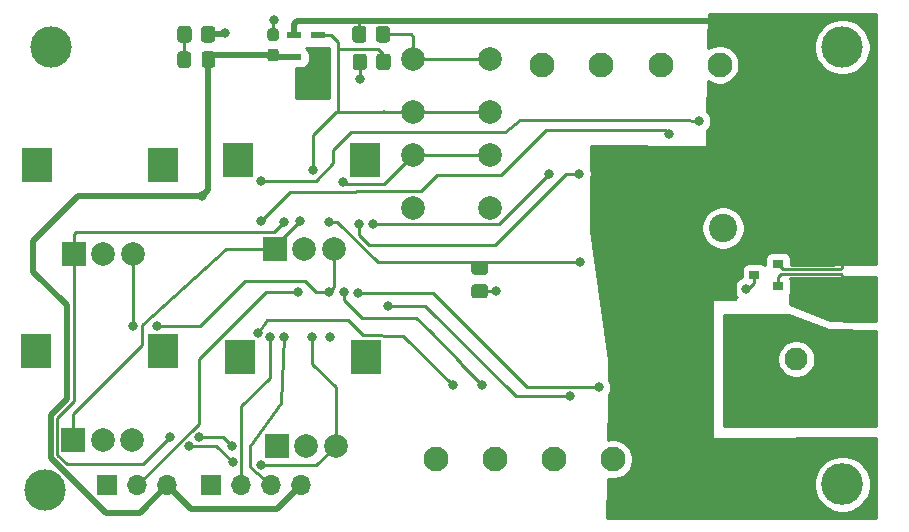
<source format=gbr>
%TF.GenerationSoftware,KiCad,Pcbnew,(5.1.9)-1*%
%TF.CreationDate,2021-01-08T22:51:15-05:00*%
%TF.ProjectId,rgb,7267622e-6b69-4636-9164-5f7063625858,rev?*%
%TF.SameCoordinates,Original*%
%TF.FileFunction,Copper,L1,Top*%
%TF.FilePolarity,Positive*%
%FSLAX46Y46*%
G04 Gerber Fmt 4.6, Leading zero omitted, Abs format (unit mm)*
G04 Created by KiCad (PCBNEW (5.1.9)-1) date 2021-01-08 22:51:15*
%MOMM*%
%LPD*%
G01*
G04 APERTURE LIST*
%TA.AperFunction,SMDPad,CuDef*%
%ADD10R,0.900000X0.800000*%
%TD*%
%TA.AperFunction,ComponentPad*%
%ADD11C,2.400000*%
%TD*%
%TA.AperFunction,ComponentPad*%
%ADD12R,2.400000X2.400000*%
%TD*%
%TA.AperFunction,ComponentPad*%
%ADD13R,2.000000X2.000000*%
%TD*%
%TA.AperFunction,ComponentPad*%
%ADD14R,2.500000X3.000000*%
%TD*%
%TA.AperFunction,ComponentPad*%
%ADD15C,2.000000*%
%TD*%
%TA.AperFunction,ComponentPad*%
%ADD16C,1.950000*%
%TD*%
%TA.AperFunction,ComponentPad*%
%ADD17R,1.950000X1.950000*%
%TD*%
%TA.AperFunction,ComponentPad*%
%ADD18C,2.100000*%
%TD*%
%TA.AperFunction,ComponentPad*%
%ADD19R,2.100000X2.100000*%
%TD*%
%TA.AperFunction,SMDPad,CuDef*%
%ADD20R,1.310000X0.550000*%
%TD*%
%TA.AperFunction,SMDPad,CuDef*%
%ADD21R,1.310000X0.940000*%
%TD*%
%TA.AperFunction,ComponentPad*%
%ADD22O,1.700000X1.700000*%
%TD*%
%TA.AperFunction,ComponentPad*%
%ADD23R,1.700000X1.700000*%
%TD*%
%TA.AperFunction,ViaPad*%
%ADD24C,3.500000*%
%TD*%
%TA.AperFunction,ViaPad*%
%ADD25C,3.540000*%
%TD*%
%TA.AperFunction,ViaPad*%
%ADD26C,0.800000*%
%TD*%
%TA.AperFunction,Conductor*%
%ADD27C,0.250000*%
%TD*%
%TA.AperFunction,Conductor*%
%ADD28C,0.500000*%
%TD*%
%TA.AperFunction,Conductor*%
%ADD29C,0.254000*%
%TD*%
%TA.AperFunction,Conductor*%
%ADD30C,0.100000*%
%TD*%
G04 APERTURE END LIST*
D10*
%TO.P,U1,3*%
%TO.N,/SENSE*%
X185050000Y-79800000D03*
%TO.P,U1,2*%
%TO.N,+12V*%
X187050000Y-78850000D03*
%TO.P,U1,1*%
%TO.N,Net-(F1-Pad1)*%
X187050000Y-80750000D03*
%TD*%
D11*
%TO.P,C1,2*%
%TO.N,GND*%
X182400000Y-75800000D03*
D12*
%TO.P,C1,1*%
%TO.N,+12V*%
X182400000Y-80800000D03*
%TD*%
%TO.P,R1,2*%
%TO.N,+12V*%
%TA.AperFunction,SMDPad,CuDef*%
G36*
G01*
X194850002Y-78850000D02*
X190149998Y-78850000D01*
G75*
G02*
X189900000Y-78600002I0J249998D01*
G01*
X189900000Y-77774998D01*
G75*
G02*
X190149998Y-77525000I249998J0D01*
G01*
X194850002Y-77525000D01*
G75*
G02*
X195100000Y-77774998I0J-249998D01*
G01*
X195100000Y-78600002D01*
G75*
G02*
X194850002Y-78850000I-249998J0D01*
G01*
G37*
%TD.AperFunction*%
%TO.P,R1,1*%
%TO.N,Net-(F1-Pad1)*%
%TA.AperFunction,SMDPad,CuDef*%
G36*
G01*
X194850002Y-81275000D02*
X190149998Y-81275000D01*
G75*
G02*
X189900000Y-81025002I0J249998D01*
G01*
X189900000Y-80199998D01*
G75*
G02*
X190149998Y-79950000I249998J0D01*
G01*
X194850002Y-79950000D01*
G75*
G02*
X195100000Y-80199998I0J-249998D01*
G01*
X195100000Y-81025002D01*
G75*
G02*
X194850002Y-81275000I-249998J0D01*
G01*
G37*
%TD.AperFunction*%
%TD*%
%TO.P,R2,1*%
%TO.N,/SENSE*%
%TA.AperFunction,SMDPad,CuDef*%
G36*
G01*
X161339999Y-78560000D02*
X162240001Y-78560000D01*
G75*
G02*
X162490000Y-78809999I0J-249999D01*
G01*
X162490000Y-79510001D01*
G75*
G02*
X162240001Y-79760000I-249999J0D01*
G01*
X161339999Y-79760000D01*
G75*
G02*
X161090000Y-79510001I0J249999D01*
G01*
X161090000Y-78809999D01*
G75*
G02*
X161339999Y-78560000I249999J0D01*
G01*
G37*
%TD.AperFunction*%
%TO.P,R2,2*%
%TO.N,GND*%
%TA.AperFunction,SMDPad,CuDef*%
G36*
G01*
X161339999Y-80560000D02*
X162240001Y-80560000D01*
G75*
G02*
X162490000Y-80809999I0J-249999D01*
G01*
X162490000Y-81510001D01*
G75*
G02*
X162240001Y-81760000I-249999J0D01*
G01*
X161339999Y-81760000D01*
G75*
G02*
X161090000Y-81510001I0J249999D01*
G01*
X161090000Y-80809999D01*
G75*
G02*
X161339999Y-80560000I249999J0D01*
G01*
G37*
%TD.AperFunction*%
%TD*%
D13*
%TO.P,SW5,A*%
%TO.N,/SW_A2*%
X127360000Y-93750000D03*
D14*
%TO.P,SW5,MP*%
%TO.N,N/C*%
X134960000Y-86250000D03*
X124260000Y-86250000D03*
D15*
%TO.P,SW5,C*%
%TO.N,GND*%
X129860000Y-93750000D03*
%TO.P,SW5,B*%
%TO.N,/SW_B2*%
X132360000Y-93750000D03*
%TD*%
D16*
%TO.P,J1,2*%
%TO.N,GND*%
X188600000Y-86900000D03*
D17*
%TO.P,J1,1*%
%TO.N,Net-(F1-Pad2)*%
X183600000Y-86900000D03*
%TD*%
D18*
%TO.P,J2,5*%
%TO.N,/DRAIN_4*%
X158090000Y-95390000D03*
%TO.P,J2,4*%
%TO.N,/DRAIN_3*%
X163090000Y-95390000D03*
%TO.P,J2,3*%
%TO.N,/DRAIN_2*%
X168090000Y-95390000D03*
%TO.P,J2,2*%
%TO.N,/DRAIN_1*%
X173090000Y-95390000D03*
D19*
%TO.P,J2,1*%
%TO.N,+12V*%
X178090000Y-95390000D03*
%TD*%
D18*
%TO.P,J3,5*%
%TO.N,/DRAIN_8*%
X167100000Y-61980000D03*
%TO.P,J3,4*%
%TO.N,/DRAIN_7*%
X172100000Y-61980000D03*
%TO.P,J3,3*%
%TO.N,/DRAIN_6*%
X177100000Y-61980000D03*
%TO.P,J3,2*%
%TO.N,/DRAIN_5*%
X182100000Y-61980000D03*
D19*
%TO.P,J3,1*%
%TO.N,+12V*%
X187100000Y-61980000D03*
%TD*%
%TO.P,R5,2*%
%TO.N,GND*%
%TA.AperFunction,SMDPad,CuDef*%
G36*
G01*
X138200000Y-59850001D02*
X138200000Y-58949999D01*
G75*
G02*
X138449999Y-58700000I249999J0D01*
G01*
X139150001Y-58700000D01*
G75*
G02*
X139400000Y-58949999I0J-249999D01*
G01*
X139400000Y-59850001D01*
G75*
G02*
X139150001Y-60100000I-249999J0D01*
G01*
X138449999Y-60100000D01*
G75*
G02*
X138200000Y-59850001I0J249999D01*
G01*
G37*
%TD.AperFunction*%
%TO.P,R5,1*%
%TO.N,Net-(D1-Pad1)*%
%TA.AperFunction,SMDPad,CuDef*%
G36*
G01*
X136200000Y-59850001D02*
X136200000Y-58949999D01*
G75*
G02*
X136449999Y-58700000I249999J0D01*
G01*
X137150001Y-58700000D01*
G75*
G02*
X137400000Y-58949999I0J-249999D01*
G01*
X137400000Y-59850001D01*
G75*
G02*
X137150001Y-60100000I-249999J0D01*
G01*
X136449999Y-60100000D01*
G75*
G02*
X136200000Y-59850001I0J249999D01*
G01*
G37*
%TD.AperFunction*%
%TD*%
%TO.P,R4,2*%
%TO.N,GND*%
%TA.AperFunction,SMDPad,CuDef*%
G36*
G01*
X152240000Y-61279999D02*
X152240000Y-62180001D01*
G75*
G02*
X151990001Y-62430000I-249999J0D01*
G01*
X151289999Y-62430000D01*
G75*
G02*
X151040000Y-62180001I0J249999D01*
G01*
X151040000Y-61279999D01*
G75*
G02*
X151289999Y-61030000I249999J0D01*
G01*
X151990001Y-61030000D01*
G75*
G02*
X152240000Y-61279999I0J-249999D01*
G01*
G37*
%TD.AperFunction*%
%TO.P,R4,1*%
%TO.N,/PWR_EN*%
%TA.AperFunction,SMDPad,CuDef*%
G36*
G01*
X154240000Y-61279999D02*
X154240000Y-62180001D01*
G75*
G02*
X153990001Y-62430000I-249999J0D01*
G01*
X153289999Y-62430000D01*
G75*
G02*
X153040000Y-62180001I0J249999D01*
G01*
X153040000Y-61279999D01*
G75*
G02*
X153289999Y-61030000I249999J0D01*
G01*
X153990001Y-61030000D01*
G75*
G02*
X154240000Y-61279999I0J-249999D01*
G01*
G37*
%TD.AperFunction*%
%TD*%
%TO.P,R3,2*%
%TO.N,+12V*%
%TA.AperFunction,SMDPad,CuDef*%
G36*
G01*
X152200000Y-58949999D02*
X152200000Y-59850001D01*
G75*
G02*
X151950001Y-60100000I-249999J0D01*
G01*
X151249999Y-60100000D01*
G75*
G02*
X151000000Y-59850001I0J249999D01*
G01*
X151000000Y-58949999D01*
G75*
G02*
X151249999Y-58700000I249999J0D01*
G01*
X151950001Y-58700000D01*
G75*
G02*
X152200000Y-58949999I0J-249999D01*
G01*
G37*
%TD.AperFunction*%
%TO.P,R3,1*%
%TO.N,Net-(R3-Pad1)*%
%TA.AperFunction,SMDPad,CuDef*%
G36*
G01*
X154200000Y-58949999D02*
X154200000Y-59850001D01*
G75*
G02*
X153950001Y-60100000I-249999J0D01*
G01*
X153249999Y-60100000D01*
G75*
G02*
X153000000Y-59850001I0J249999D01*
G01*
X153000000Y-58949999D01*
G75*
G02*
X153249999Y-58700000I249999J0D01*
G01*
X153950001Y-58700000D01*
G75*
G02*
X154200000Y-58949999I0J-249999D01*
G01*
G37*
%TD.AperFunction*%
%TD*%
D13*
%TO.P,SW3,A*%
%TO.N,/SW_A1*%
X144600000Y-94250000D03*
D14*
%TO.P,SW3,MP*%
%TO.N,N/C*%
X152200000Y-86750000D03*
X141500000Y-86750000D03*
D15*
%TO.P,SW3,C*%
%TO.N,GND*%
X147100000Y-94250000D03*
%TO.P,SW3,B*%
%TO.N,/SW_B2*%
X149600000Y-94250000D03*
%TD*%
%TO.P,C3,2*%
%TO.N,GND*%
%TA.AperFunction,SMDPad,CuDef*%
G36*
G01*
X144537500Y-59975000D02*
X144062500Y-59975000D01*
G75*
G02*
X143825000Y-59737500I0J237500D01*
G01*
X143825000Y-59137500D01*
G75*
G02*
X144062500Y-58900000I237500J0D01*
G01*
X144537500Y-58900000D01*
G75*
G02*
X144775000Y-59137500I0J-237500D01*
G01*
X144775000Y-59737500D01*
G75*
G02*
X144537500Y-59975000I-237500J0D01*
G01*
G37*
%TD.AperFunction*%
%TO.P,C3,1*%
%TO.N,+5V*%
%TA.AperFunction,SMDPad,CuDef*%
G36*
G01*
X144537500Y-61700000D02*
X144062500Y-61700000D01*
G75*
G02*
X143825000Y-61462500I0J237500D01*
G01*
X143825000Y-60862500D01*
G75*
G02*
X144062500Y-60625000I237500J0D01*
G01*
X144537500Y-60625000D01*
G75*
G02*
X144775000Y-60862500I0J-237500D01*
G01*
X144775000Y-61462500D01*
G75*
G02*
X144537500Y-61700000I-237500J0D01*
G01*
G37*
%TD.AperFunction*%
%TD*%
D20*
%TO.P,U2,3*%
%TO.N,+12V*%
X146100000Y-59440000D03*
%TO.P,U2,2*%
%TO.N,/PWR_EN*%
X148100000Y-59440000D03*
D21*
%TO.P,U2,1*%
%TO.N,GND*%
X148100000Y-61160000D03*
D20*
%TO.P,U2,4*%
%TO.N,+5V*%
X146100000Y-61360000D03*
%TD*%
D13*
%TO.P,SW4,A*%
%TO.N,/SW_A2*%
X144440000Y-77540000D03*
D14*
%TO.P,SW4,MP*%
%TO.N,N/C*%
X152040000Y-70040000D03*
X141340000Y-70040000D03*
D15*
%TO.P,SW4,C*%
%TO.N,GND*%
X146940000Y-77540000D03*
%TO.P,SW4,B*%
%TO.N,/SW_B1*%
X149440000Y-77540000D03*
%TD*%
D13*
%TO.P,SW2,A*%
%TO.N,/SW_A1*%
X127410000Y-78000000D03*
D14*
%TO.P,SW2,MP*%
%TO.N,N/C*%
X135010000Y-70500000D03*
X124310000Y-70500000D03*
D15*
%TO.P,SW2,C*%
%TO.N,GND*%
X129910000Y-78000000D03*
%TO.P,SW2,B*%
%TO.N,/SW_B1*%
X132410000Y-78000000D03*
%TD*%
%TO.P,D1,1*%
%TO.N,Net-(D1-Pad1)*%
%TA.AperFunction,SMDPad,CuDef*%
G36*
G01*
X136200000Y-62000001D02*
X136200000Y-61099999D01*
G75*
G02*
X136449999Y-60850000I249999J0D01*
G01*
X137100001Y-60850000D01*
G75*
G02*
X137350000Y-61099999I0J-249999D01*
G01*
X137350000Y-62000001D01*
G75*
G02*
X137100001Y-62250000I-249999J0D01*
G01*
X136449999Y-62250000D01*
G75*
G02*
X136200000Y-62000001I0J249999D01*
G01*
G37*
%TD.AperFunction*%
%TO.P,D1,2*%
%TO.N,+5V*%
%TA.AperFunction,SMDPad,CuDef*%
G36*
G01*
X138250000Y-62000001D02*
X138250000Y-61099999D01*
G75*
G02*
X138499999Y-60850000I249999J0D01*
G01*
X139150001Y-60850000D01*
G75*
G02*
X139400000Y-61099999I0J-249999D01*
G01*
X139400000Y-62000001D01*
G75*
G02*
X139150001Y-62250000I-249999J0D01*
G01*
X138499999Y-62250000D01*
G75*
G02*
X138250000Y-62000001I0J249999D01*
G01*
G37*
%TD.AperFunction*%
%TD*%
%TO.P,SW6,1*%
%TO.N,/SW6*%
X162640000Y-69610000D03*
%TO.P,SW6,2*%
%TO.N,GND*%
X162640000Y-74110000D03*
%TO.P,SW6,1*%
%TO.N,/SW6*%
X156140000Y-69610000D03*
%TO.P,SW6,2*%
%TO.N,GND*%
X156140000Y-74110000D03*
%TD*%
%TO.P,SW1,1*%
%TO.N,/PWR_EN*%
X156140000Y-65980000D03*
%TO.P,SW1,2*%
%TO.N,Net-(R3-Pad1)*%
X156140000Y-61480000D03*
%TO.P,SW1,1*%
%TO.N,/PWR_EN*%
X162640000Y-65980000D03*
%TO.P,SW1,2*%
%TO.N,Net-(R3-Pad1)*%
X162640000Y-61480000D03*
%TD*%
D22*
%TO.P,J5,4*%
%TO.N,+5V*%
X146690000Y-97570000D03*
%TO.P,J5,3*%
%TO.N,/TWI_SDA*%
X144150000Y-97570000D03*
%TO.P,J5,2*%
%TO.N,/TWI_SCL*%
X141610000Y-97570000D03*
D23*
%TO.P,J5,1*%
%TO.N,GND*%
X139070000Y-97570000D03*
%TD*%
D22*
%TO.P,J4,3*%
%TO.N,+5V*%
X135350000Y-97570000D03*
%TO.P,J4,2*%
%TO.N,/RESET*%
X132810000Y-97570000D03*
D23*
%TO.P,J4,1*%
%TO.N,GND*%
X130270000Y-97570000D03*
%TD*%
%TO.P,F1,2*%
%TO.N,Net-(F1-Pad2)*%
%TA.AperFunction,SMDPad,CuDef*%
G36*
G01*
X192015000Y-85065000D02*
X193265000Y-85065000D01*
G75*
G02*
X193515000Y-85315000I0J-250000D01*
G01*
X193515000Y-86240000D01*
G75*
G02*
X193265000Y-86490000I-250000J0D01*
G01*
X192015000Y-86490000D01*
G75*
G02*
X191765000Y-86240000I0J250000D01*
G01*
X191765000Y-85315000D01*
G75*
G02*
X192015000Y-85065000I250000J0D01*
G01*
G37*
%TD.AperFunction*%
%TO.P,F1,1*%
%TO.N,Net-(F1-Pad1)*%
%TA.AperFunction,SMDPad,CuDef*%
G36*
G01*
X192015000Y-82090000D02*
X193265000Y-82090000D01*
G75*
G02*
X193515000Y-82340000I0J-250000D01*
G01*
X193515000Y-83265000D01*
G75*
G02*
X193265000Y-83515000I-250000J0D01*
G01*
X192015000Y-83515000D01*
G75*
G02*
X191765000Y-83265000I0J250000D01*
G01*
X191765000Y-82340000D01*
G75*
G02*
X192015000Y-82090000I250000J0D01*
G01*
G37*
%TD.AperFunction*%
%TD*%
D24*
%TO.N,*%
X125500000Y-60500000D03*
X192500000Y-60500000D03*
D25*
X192500000Y-97500000D03*
D24*
X125000000Y-98000000D03*
D26*
%TO.N,GND*%
X148500000Y-62600000D03*
X147600000Y-62600000D03*
X147600000Y-63500000D03*
X148500000Y-63500000D03*
X147600000Y-64400000D03*
X148500000Y-64400000D03*
X146700000Y-62600000D03*
X146700000Y-63500000D03*
X146700000Y-64400000D03*
X144400000Y-58200000D03*
X140200000Y-59300000D03*
X151640000Y-63190000D03*
X163210000Y-81150000D03*
%TO.N,/PWM_2*%
X154000000Y-82400000D03*
X169400000Y-90025010D03*
%TO.N,/PWM_1*%
X171905000Y-89300000D03*
X151500000Y-81300000D03*
%TO.N,/PWM_4*%
X143000000Y-84700000D03*
X159500000Y-89100000D03*
%TO.N,/PWM_3*%
X150275000Y-81225000D03*
X162000000Y-89100000D03*
%TO.N,/PWM_8*%
X152800000Y-75500000D03*
X167700000Y-71200000D03*
%TO.N,/PWM_7*%
X151545000Y-75455000D03*
X170235000Y-71200000D03*
%TO.N,/PWM_6*%
X143300000Y-75200000D03*
X177810000Y-67850000D03*
%TO.N,/PWM_5*%
X143300000Y-71800000D03*
X180360000Y-66720000D03*
%TO.N,+5V*%
X138300000Y-73100000D03*
%TO.N,/TWI_SCL*%
X144000000Y-85000000D03*
%TO.N,/TWI_SDA*%
X145250000Y-85000000D03*
%TO.N,/RESET*%
X146450000Y-81200000D03*
%TO.N,/SW6*%
X150200000Y-71900000D03*
%TO.N,/PWR_EN*%
X147700000Y-70900000D03*
%TO.N,/SW_A1*%
X145200000Y-75300000D03*
X140800000Y-94250000D03*
X138000000Y-93500000D03*
X135600000Y-93500000D03*
%TO.N,/SW_B1*%
X149100000Y-85000000D03*
X149000000Y-81200000D03*
X134500000Y-84100000D03*
X132400000Y-84100000D03*
%TO.N,/SW_B2*%
X137175000Y-94280000D03*
X140862500Y-95637500D03*
X143287500Y-95887500D03*
X147600000Y-85000000D03*
%TO.N,/SW_A2*%
X146550000Y-75250000D03*
%TO.N,/SENSE*%
X149000000Y-75300000D03*
X170300000Y-78700000D03*
X184300000Y-80950000D03*
%TD*%
D27*
%TO.N,GND*%
X147040000Y-78130000D02*
X146640001Y-77730001D01*
X148115000Y-61175000D02*
X148100000Y-61160000D01*
X148240000Y-61300000D02*
X148100000Y-61160000D01*
X144300000Y-59437500D02*
X144300000Y-58300000D01*
X144300000Y-58300000D02*
X144400000Y-58200000D01*
X144400000Y-58200000D02*
X144400000Y-58200000D01*
D28*
X138862500Y-59350000D02*
X140150000Y-59350000D01*
D27*
X151115000Y-61830000D02*
X151115000Y-61815000D01*
X151640000Y-61730000D02*
X151640000Y-63190000D01*
X163210000Y-81150000D02*
X161910000Y-81150000D01*
%TO.N,/PWM_2*%
X157200000Y-82400000D02*
X154000000Y-82400000D01*
X164825010Y-90025010D02*
X157200000Y-82400000D01*
X169400000Y-90025010D02*
X164825010Y-90025010D01*
%TO.N,/PWM_1*%
X157800000Y-81300000D02*
X151500000Y-81300000D01*
X165800000Y-89300000D02*
X157800000Y-81300000D01*
X171905000Y-89300000D02*
X165800000Y-89300000D01*
%TO.N,/PWM_4*%
X159500000Y-89100000D02*
X159500000Y-89100000D01*
X159500000Y-89100000D02*
X155324999Y-84924999D01*
X150600000Y-83600000D02*
X143800000Y-83600000D01*
X155324999Y-84924999D02*
X151900000Y-84900000D01*
X151900000Y-84900000D02*
X150600000Y-83600000D01*
X143800000Y-83600000D02*
X143000000Y-84700000D01*
%TO.N,/PWM_3*%
X162100000Y-89100000D02*
X162100000Y-89100000D01*
X150275000Y-81225000D02*
X150275000Y-81875000D01*
X151800000Y-83400000D02*
X154000000Y-83400000D01*
X150275000Y-81875000D02*
X151800000Y-83400000D01*
X156400000Y-83400000D02*
X157550000Y-84550000D01*
X154000000Y-83400000D02*
X156400000Y-83400000D01*
X157100000Y-84100000D02*
X157550000Y-84550000D01*
X157550000Y-84550000D02*
X160121111Y-87178889D01*
X160318889Y-87381111D02*
X162000000Y-89100000D01*
X160121111Y-87178889D02*
X160318889Y-87381111D01*
%TO.N,/PWM_8*%
X163400000Y-75500000D02*
X167700000Y-71200000D01*
X152800000Y-75500000D02*
X163400000Y-75500000D01*
%TO.N,/PWM_7*%
X169100000Y-71200000D02*
X170235000Y-71200000D01*
X163098059Y-77201941D02*
X169100000Y-71200000D01*
X162501941Y-77201941D02*
X163098059Y-77201941D01*
X151545000Y-76355000D02*
X152400000Y-77200000D01*
X152400000Y-77200000D02*
X162501941Y-77201941D01*
X151545000Y-75455000D02*
X151545000Y-76355000D01*
%TO.N,/PWM_6*%
X145715001Y-72784999D02*
X143300000Y-75200000D01*
X156800000Y-72700000D02*
X145715001Y-72784999D01*
X156800000Y-72700000D02*
X156700000Y-72700000D01*
X167400000Y-67500000D02*
X177460000Y-67500000D01*
X163600000Y-71300000D02*
X167400000Y-67500000D01*
X158200000Y-71300000D02*
X163600000Y-71300000D01*
X177460000Y-67500000D02*
X177810000Y-67850000D01*
X156800000Y-72700000D02*
X158200000Y-71300000D01*
%TO.N,/PWM_5*%
X147900000Y-71800000D02*
X143300000Y-71800000D01*
X149400000Y-69200000D02*
X149400000Y-70300000D01*
X149400000Y-70300000D02*
X147900000Y-71800000D01*
X150900000Y-67700000D02*
X149400000Y-69200000D01*
X163900000Y-67700000D02*
X150900000Y-67700000D01*
X165200000Y-66700000D02*
X163900000Y-67700000D01*
X179000000Y-66700000D02*
X165200000Y-66700000D01*
X180360000Y-66720000D02*
X179000000Y-66700000D01*
D28*
%TO.N,+12V*%
X146100000Y-59440000D02*
X146260000Y-59440000D01*
X146100000Y-58500000D02*
X146100000Y-59440000D01*
D27*
X151550010Y-59350010D02*
X151600000Y-59400000D01*
X151550010Y-58249990D02*
X151550010Y-59350010D01*
D28*
X187100000Y-61980000D02*
X186980000Y-61980000D01*
X146350010Y-58249990D02*
X146100000Y-58500000D01*
X183249990Y-58249990D02*
X146350010Y-58249990D01*
X186980000Y-61980000D02*
X183249990Y-58249990D01*
D27*
X192500000Y-78187500D02*
X192162500Y-77850000D01*
X192500000Y-78187500D02*
X192500000Y-79100000D01*
X192500000Y-79100000D02*
X192350000Y-79250000D01*
X187450000Y-79250000D02*
X187050000Y-78850000D01*
X192350000Y-79250000D02*
X187450000Y-79250000D01*
D28*
%TO.N,+5V*%
X135350000Y-97570000D02*
X135220000Y-97570000D01*
X135350000Y-97570000D02*
X137380000Y-99600000D01*
X144660000Y-99600000D02*
X146690000Y-97570000D01*
X137380000Y-99600000D02*
X144660000Y-99600000D01*
D27*
X138987500Y-61162500D02*
X138825000Y-61000000D01*
D28*
X144497500Y-61360000D02*
X144300000Y-61162500D01*
X146100000Y-61360000D02*
X144497500Y-61360000D01*
X139212500Y-61162500D02*
X138825000Y-61550000D01*
X144300000Y-61162500D02*
X139212500Y-61162500D01*
X138825000Y-72575000D02*
X138300000Y-73100000D01*
X138825000Y-61550000D02*
X138825000Y-72575000D01*
X124000000Y-79500000D02*
X126834989Y-82334989D01*
X138300000Y-73100000D02*
X127800000Y-73100000D01*
X125459988Y-95248178D02*
X130131810Y-99920000D01*
X127800000Y-73100000D02*
X124000000Y-76900000D01*
X124000000Y-76900000D02*
X124000000Y-79500000D01*
X130131810Y-99920000D02*
X133000000Y-99920000D01*
X133000000Y-99920000D02*
X135350000Y-97570000D01*
X126834989Y-82334989D02*
X126834989Y-90251823D01*
X126834989Y-90251823D02*
X125459988Y-91626824D01*
X125459988Y-91626824D02*
X125459988Y-95248178D01*
D27*
%TO.N,/TWI_SCL*%
X141610000Y-97570000D02*
X141610000Y-90890000D01*
X141610000Y-90890000D02*
X144000000Y-88500000D01*
X144000000Y-88500000D02*
X144000000Y-85000000D01*
X144000000Y-85000000D02*
X144000000Y-85000000D01*
%TO.N,/TWI_SDA*%
X145250000Y-85000000D02*
X145250000Y-85000000D01*
X145000000Y-90600000D02*
X145250000Y-85000000D01*
X142325000Y-94250000D02*
X145000000Y-90600000D01*
X142350000Y-96050000D02*
X142325000Y-94250000D01*
X144150000Y-97570000D02*
X142350000Y-96050000D01*
%TO.N,/RESET*%
X143714998Y-81200000D02*
X138000000Y-86914998D01*
X146450000Y-81200000D02*
X143714998Y-81200000D01*
X138000000Y-92380000D02*
X132810000Y-97570000D01*
X138000000Y-86914998D02*
X138000000Y-92380000D01*
%TO.N,/SW6*%
X156140000Y-69610000D02*
X153884999Y-71915001D01*
X162640000Y-69610000D02*
X156140000Y-69610000D01*
X153884999Y-71915001D02*
X153800000Y-72000000D01*
X153884999Y-71915001D02*
X153700000Y-72100000D01*
X150400000Y-72100000D02*
X150200000Y-71900000D01*
X153700000Y-72100000D02*
X150400000Y-72100000D01*
%TO.N,/PWR_EN*%
X160080000Y-65980000D02*
X162640000Y-65980000D01*
X160080000Y-65980000D02*
X156140000Y-65980000D01*
X156140000Y-65980000D02*
X156140000Y-65340000D01*
X147700000Y-70900000D02*
X147700000Y-67900000D01*
X149180000Y-59440000D02*
X148100000Y-59440000D01*
X149820000Y-60080000D02*
X149180000Y-59440000D01*
X149660000Y-65940000D02*
X147700000Y-67900000D01*
X149820000Y-65940000D02*
X149660000Y-65940000D01*
X153640000Y-65890000D02*
X153714649Y-65964649D01*
X153714649Y-65964649D02*
X156140000Y-65980000D01*
X149820000Y-65940000D02*
X153714649Y-65964649D01*
X153640000Y-61730000D02*
X153640000Y-61090000D01*
X153180000Y-60630000D02*
X149820000Y-60630000D01*
X153640000Y-61090000D02*
X153180000Y-60630000D01*
X149820000Y-60630000D02*
X149820000Y-65940000D01*
X149820000Y-60080000D02*
X149820000Y-60630000D01*
%TO.N,Net-(D1-Pad1)*%
X136775000Y-59512500D02*
X137087500Y-59200000D01*
X136775000Y-61000000D02*
X136775000Y-59512500D01*
%TO.N,Net-(F1-Pad1)*%
X187050000Y-79950000D02*
X187050000Y-80750000D01*
X187300000Y-79700000D02*
X187050000Y-79950000D01*
X192400000Y-79700000D02*
X187300000Y-79700000D01*
X192500000Y-79800000D02*
X192400000Y-79700000D01*
X192500000Y-80612500D02*
X192500000Y-79800000D01*
%TO.N,Net-(R3-Pad1)*%
X162640000Y-61480000D02*
X156140000Y-61480000D01*
X155875000Y-61215000D02*
X156140000Y-61480000D01*
X155945000Y-61675000D02*
X155750000Y-61480000D01*
X155835000Y-61175000D02*
X156140000Y-61480000D01*
X153800000Y-59400000D02*
X154060000Y-59400000D01*
X156140000Y-61480000D02*
X156140000Y-59590000D01*
X155950000Y-59400000D02*
X153800000Y-59400000D01*
X156140000Y-59590000D02*
X155950000Y-59400000D01*
%TO.N,/SW_A1*%
X144600000Y-94250000D02*
X144600000Y-94100000D01*
X144600000Y-94250000D02*
X144650000Y-94250000D01*
X127948998Y-77490000D02*
X127410000Y-77490000D01*
X127410000Y-78000000D02*
X127410000Y-76310000D01*
X127410000Y-76310000D02*
X127620000Y-76100000D01*
X127620000Y-76100000D02*
X144400000Y-76100000D01*
X144400000Y-76100000D02*
X145200000Y-75300000D01*
X145200000Y-75300000D02*
X145200000Y-75300000D01*
X138200000Y-93500000D02*
X138200000Y-93500000D01*
X140050000Y-93500000D02*
X140800000Y-94250000D01*
X138000000Y-93500000D02*
X140050000Y-93500000D01*
X135600000Y-93500000D02*
X133300000Y-95800000D01*
X126034999Y-95010001D02*
X126034999Y-91865001D01*
X133300000Y-95800000D02*
X126824998Y-95800000D01*
X126824998Y-95800000D02*
X126034999Y-95010001D01*
X127410000Y-90490000D02*
X127410000Y-78000000D01*
X126034999Y-91865001D02*
X127410000Y-90490000D01*
%TO.N,/SW_B1*%
X149100000Y-85000000D02*
X149100000Y-85000000D01*
X132410000Y-77490000D02*
X132490000Y-77490000D01*
X149440000Y-77540000D02*
X149440000Y-80760000D01*
X149440000Y-80760000D02*
X149000000Y-81200000D01*
X149000000Y-81200000D02*
X149000000Y-81200000D01*
X149000000Y-81200000D02*
X147900000Y-81200000D01*
X147900000Y-81200000D02*
X147000000Y-80300000D01*
X147000000Y-80300000D02*
X141900000Y-80300000D01*
X141900000Y-80300000D02*
X138100000Y-84100000D01*
X138100000Y-84100000D02*
X134500000Y-84100000D01*
X134500000Y-84100000D02*
X134500000Y-84100000D01*
X132400000Y-78010000D02*
X132410000Y-78000000D01*
X132400000Y-84100000D02*
X132400000Y-78010000D01*
%TO.N,/SW_B2*%
X132410000Y-94230000D02*
X132360000Y-94280000D01*
X137175000Y-94280000D02*
X139505000Y-94280000D01*
X139505000Y-94280000D02*
X140862500Y-95637500D01*
X140862500Y-95637500D02*
X140900000Y-95675000D01*
X147962500Y-95887500D02*
X149600000Y-94250000D01*
X143287500Y-95887500D02*
X147962500Y-95887500D01*
X149600000Y-94250000D02*
X149600000Y-89300000D01*
X149600000Y-89300000D02*
X147600000Y-87300000D01*
X147600000Y-87300000D02*
X147600000Y-85000000D01*
X147600000Y-85000000D02*
X147600000Y-85000000D01*
%TO.N,/SW_A2*%
X146550000Y-75250000D02*
X146600000Y-75200000D01*
X144440000Y-77360000D02*
X144440000Y-77540000D01*
X146550000Y-75250000D02*
X144440000Y-77360000D01*
X133200000Y-84000000D02*
X140334998Y-77540000D01*
X133200000Y-85700000D02*
X133200000Y-84000000D01*
X140334998Y-77540000D02*
X144440000Y-77540000D01*
X127360000Y-91540000D02*
X133200000Y-85700000D01*
X127360000Y-93750000D02*
X127360000Y-91540000D01*
%TO.N,/SENSE*%
X149000000Y-75300000D02*
X149000000Y-75300000D01*
X149730000Y-75300000D02*
X149000000Y-75300000D01*
X153150000Y-78720000D02*
X149730000Y-75300000D01*
X161790000Y-78750000D02*
X161820000Y-78720000D01*
X161790000Y-79160000D02*
X161790000Y-78750000D01*
X161820000Y-78720000D02*
X153150000Y-78720000D01*
X165280000Y-78720000D02*
X161820000Y-78720000D01*
X170300000Y-78700000D02*
X165280000Y-78720000D01*
X184800000Y-79800000D02*
X185050000Y-79800000D01*
X185050000Y-79800000D02*
X185050000Y-80450000D01*
X184550000Y-80950000D02*
X184300000Y-80950000D01*
X185050000Y-80450000D02*
X184550000Y-80950000D01*
%TD*%
D29*
%TO.N,+12V*%
X195340001Y-78850005D02*
X188242623Y-78913005D01*
X188239930Y-78913057D01*
X188138072Y-78916122D01*
X188138072Y-78450000D01*
X188125812Y-78325518D01*
X188089502Y-78205820D01*
X188030537Y-78095506D01*
X187951185Y-77998815D01*
X187854494Y-77919463D01*
X187744180Y-77860498D01*
X187624482Y-77824188D01*
X187500000Y-77811928D01*
X186600000Y-77811928D01*
X186475518Y-77824188D01*
X186355820Y-77860498D01*
X186245506Y-77919463D01*
X186148815Y-77998815D01*
X186069463Y-78095506D01*
X186010498Y-78205820D01*
X185974188Y-78325518D01*
X185961928Y-78450000D01*
X185961928Y-78961905D01*
X185951185Y-78948815D01*
X185854494Y-78869463D01*
X185744180Y-78810498D01*
X185624482Y-78774188D01*
X185500000Y-78761928D01*
X184600000Y-78761928D01*
X184475518Y-78774188D01*
X184355820Y-78810498D01*
X184245506Y-78869463D01*
X184148815Y-78948815D01*
X184069463Y-79045506D01*
X184010498Y-79155820D01*
X183974188Y-79275518D01*
X183961928Y-79400000D01*
X183961928Y-79969758D01*
X183809744Y-80032795D01*
X183640226Y-80146063D01*
X183496063Y-80290226D01*
X183382795Y-80459744D01*
X183304774Y-80648102D01*
X183265000Y-80848061D01*
X183265000Y-81051939D01*
X183304774Y-81251898D01*
X183382795Y-81440256D01*
X183496063Y-81609774D01*
X183549207Y-81662918D01*
X181610126Y-81661000D01*
X181585347Y-81663416D01*
X181561515Y-81670619D01*
X181539547Y-81682334D01*
X181520286Y-81698109D01*
X181504473Y-81717338D01*
X181492715Y-81739283D01*
X181485465Y-81763100D01*
X181483018Y-81790126D01*
X181497988Y-82684356D01*
X181468007Y-85462630D01*
X181468041Y-85467216D01*
X181487998Y-86255007D01*
X181478000Y-93578327D01*
X181480407Y-93603106D01*
X181487601Y-93626941D01*
X181499307Y-93648913D01*
X181515075Y-93668180D01*
X181534298Y-93684000D01*
X181556239Y-93695766D01*
X181580054Y-93703026D01*
X181606035Y-93705496D01*
X195340001Y-93593604D01*
X195340001Y-100340000D01*
X172579775Y-100340000D01*
X172628388Y-97263128D01*
X190095000Y-97263128D01*
X190095000Y-97736872D01*
X190187423Y-98201513D01*
X190368716Y-98639195D01*
X190631914Y-99033098D01*
X190966902Y-99368086D01*
X191360805Y-99631284D01*
X191798487Y-99812577D01*
X192263128Y-99905000D01*
X192736872Y-99905000D01*
X193201513Y-99812577D01*
X193639195Y-99631284D01*
X194033098Y-99368086D01*
X194368086Y-99033098D01*
X194631284Y-98639195D01*
X194812577Y-98201513D01*
X194905000Y-97736872D01*
X194905000Y-97263128D01*
X194812577Y-96798487D01*
X194631284Y-96360805D01*
X194368086Y-95966902D01*
X194033098Y-95631914D01*
X193639195Y-95368716D01*
X193201513Y-95187423D01*
X192736872Y-95095000D01*
X192263128Y-95095000D01*
X191798487Y-95187423D01*
X191360805Y-95368716D01*
X190966902Y-95631914D01*
X190631914Y-95966902D01*
X190368716Y-96360805D01*
X190187423Y-96798487D01*
X190095000Y-97263128D01*
X172628388Y-97263128D01*
X172632278Y-97016964D01*
X172924042Y-97075000D01*
X173255958Y-97075000D01*
X173581496Y-97010246D01*
X173888147Y-96883228D01*
X174164125Y-96698825D01*
X174398825Y-96464125D01*
X174583228Y-96188147D01*
X174710246Y-95881496D01*
X174775000Y-95555958D01*
X174775000Y-95224042D01*
X174710246Y-94898504D01*
X174583228Y-94591853D01*
X174398825Y-94315875D01*
X174164125Y-94081175D01*
X173888147Y-93896772D01*
X173581496Y-93769754D01*
X173255958Y-93705000D01*
X172924042Y-93705000D01*
X172683850Y-93752777D01*
X172729484Y-90864506D01*
X172727436Y-90839694D01*
X172727000Y-90838171D01*
X172727000Y-89932741D01*
X172822205Y-89790256D01*
X172900226Y-89601898D01*
X172940000Y-89401939D01*
X172940000Y-89198061D01*
X172900226Y-88998102D01*
X172822205Y-88809744D01*
X172727000Y-88667259D01*
X172727000Y-87000000D01*
X172725855Y-86982985D01*
X171251811Y-76080057D01*
X171241617Y-75619268D01*
X180565000Y-75619268D01*
X180565000Y-75980732D01*
X180635518Y-76335250D01*
X180773844Y-76669199D01*
X180974662Y-76969744D01*
X181230256Y-77225338D01*
X181530801Y-77426156D01*
X181864750Y-77564482D01*
X182219268Y-77635000D01*
X182580732Y-77635000D01*
X182935250Y-77564482D01*
X183269199Y-77426156D01*
X183569744Y-77225338D01*
X183825338Y-76969744D01*
X184026156Y-76669199D01*
X184164482Y-76335250D01*
X184235000Y-75980732D01*
X184235000Y-75619268D01*
X184164482Y-75264750D01*
X184026156Y-74930801D01*
X183825338Y-74630256D01*
X183569744Y-74374662D01*
X183269199Y-74173844D01*
X182935250Y-74035518D01*
X182580732Y-73965000D01*
X182219268Y-73965000D01*
X181864750Y-74035518D01*
X181530801Y-74173844D01*
X181230256Y-74374662D01*
X180974662Y-74630256D01*
X180773844Y-74930801D01*
X180635518Y-75264750D01*
X180565000Y-75619268D01*
X171241617Y-75619268D01*
X171177140Y-72704934D01*
X171226370Y-72212637D01*
X171226997Y-72200920D01*
X171232132Y-71492317D01*
X171270000Y-71301939D01*
X171270000Y-71098061D01*
X171236219Y-70928233D01*
X171251074Y-68878299D01*
X180873698Y-68976993D01*
X180898498Y-68974807D01*
X180922395Y-68967825D01*
X180944471Y-68956315D01*
X180963877Y-68940719D01*
X180979867Y-68921637D01*
X180991828Y-68899802D01*
X180999299Y-68876053D01*
X181001981Y-68852173D01*
X181024793Y-67518918D01*
X181163937Y-67379774D01*
X181277205Y-67210256D01*
X181355226Y-67021898D01*
X181395000Y-66821939D01*
X181395000Y-66618061D01*
X181355226Y-66418102D01*
X181277205Y-66229744D01*
X181163937Y-66060226D01*
X181051673Y-65947962D01*
X181096365Y-63335925D01*
X181301853Y-63473228D01*
X181608504Y-63600246D01*
X181934042Y-63665000D01*
X182265958Y-63665000D01*
X182591496Y-63600246D01*
X182898147Y-63473228D01*
X183174125Y-63288825D01*
X183408825Y-63054125D01*
X183593228Y-62778147D01*
X183720246Y-62471496D01*
X183785000Y-62145958D01*
X183785000Y-61814042D01*
X183720246Y-61488504D01*
X183593228Y-61181853D01*
X183408825Y-60905875D01*
X183174125Y-60671175D01*
X182898147Y-60486772D01*
X182591496Y-60359754D01*
X182265958Y-60295000D01*
X181934042Y-60295000D01*
X181608504Y-60359754D01*
X181301853Y-60486772D01*
X181143303Y-60592712D01*
X181148908Y-60265098D01*
X190115000Y-60265098D01*
X190115000Y-60734902D01*
X190206654Y-61195679D01*
X190386440Y-61629721D01*
X190647450Y-62020349D01*
X190979651Y-62352550D01*
X191370279Y-62613560D01*
X191804321Y-62793346D01*
X192265098Y-62885000D01*
X192734902Y-62885000D01*
X193195679Y-62793346D01*
X193629721Y-62613560D01*
X194020349Y-62352550D01*
X194352550Y-62020349D01*
X194613560Y-61629721D01*
X194793346Y-61195679D01*
X194885000Y-60734902D01*
X194885000Y-60265098D01*
X194793346Y-59804321D01*
X194613560Y-59370279D01*
X194352550Y-58979651D01*
X194020349Y-58647450D01*
X193629721Y-58386440D01*
X193195679Y-58206654D01*
X192734902Y-58115000D01*
X192265098Y-58115000D01*
X191804321Y-58206654D01*
X191370279Y-58386440D01*
X190979651Y-58647450D01*
X190647450Y-58979651D01*
X190386440Y-59370279D01*
X190206654Y-59804321D01*
X190115000Y-60265098D01*
X181148908Y-60265098D01*
X181193482Y-57660000D01*
X195340000Y-57660000D01*
X195340001Y-78850005D01*
%TA.AperFunction,Conductor*%
D30*
G36*
X195340001Y-78850005D02*
G01*
X188242623Y-78913005D01*
X188239930Y-78913057D01*
X188138072Y-78916122D01*
X188138072Y-78450000D01*
X188125812Y-78325518D01*
X188089502Y-78205820D01*
X188030537Y-78095506D01*
X187951185Y-77998815D01*
X187854494Y-77919463D01*
X187744180Y-77860498D01*
X187624482Y-77824188D01*
X187500000Y-77811928D01*
X186600000Y-77811928D01*
X186475518Y-77824188D01*
X186355820Y-77860498D01*
X186245506Y-77919463D01*
X186148815Y-77998815D01*
X186069463Y-78095506D01*
X186010498Y-78205820D01*
X185974188Y-78325518D01*
X185961928Y-78450000D01*
X185961928Y-78961905D01*
X185951185Y-78948815D01*
X185854494Y-78869463D01*
X185744180Y-78810498D01*
X185624482Y-78774188D01*
X185500000Y-78761928D01*
X184600000Y-78761928D01*
X184475518Y-78774188D01*
X184355820Y-78810498D01*
X184245506Y-78869463D01*
X184148815Y-78948815D01*
X184069463Y-79045506D01*
X184010498Y-79155820D01*
X183974188Y-79275518D01*
X183961928Y-79400000D01*
X183961928Y-79969758D01*
X183809744Y-80032795D01*
X183640226Y-80146063D01*
X183496063Y-80290226D01*
X183382795Y-80459744D01*
X183304774Y-80648102D01*
X183265000Y-80848061D01*
X183265000Y-81051939D01*
X183304774Y-81251898D01*
X183382795Y-81440256D01*
X183496063Y-81609774D01*
X183549207Y-81662918D01*
X181610126Y-81661000D01*
X181585347Y-81663416D01*
X181561515Y-81670619D01*
X181539547Y-81682334D01*
X181520286Y-81698109D01*
X181504473Y-81717338D01*
X181492715Y-81739283D01*
X181485465Y-81763100D01*
X181483018Y-81790126D01*
X181497988Y-82684356D01*
X181468007Y-85462630D01*
X181468041Y-85467216D01*
X181487998Y-86255007D01*
X181478000Y-93578327D01*
X181480407Y-93603106D01*
X181487601Y-93626941D01*
X181499307Y-93648913D01*
X181515075Y-93668180D01*
X181534298Y-93684000D01*
X181556239Y-93695766D01*
X181580054Y-93703026D01*
X181606035Y-93705496D01*
X195340001Y-93593604D01*
X195340001Y-100340000D01*
X172579775Y-100340000D01*
X172628388Y-97263128D01*
X190095000Y-97263128D01*
X190095000Y-97736872D01*
X190187423Y-98201513D01*
X190368716Y-98639195D01*
X190631914Y-99033098D01*
X190966902Y-99368086D01*
X191360805Y-99631284D01*
X191798487Y-99812577D01*
X192263128Y-99905000D01*
X192736872Y-99905000D01*
X193201513Y-99812577D01*
X193639195Y-99631284D01*
X194033098Y-99368086D01*
X194368086Y-99033098D01*
X194631284Y-98639195D01*
X194812577Y-98201513D01*
X194905000Y-97736872D01*
X194905000Y-97263128D01*
X194812577Y-96798487D01*
X194631284Y-96360805D01*
X194368086Y-95966902D01*
X194033098Y-95631914D01*
X193639195Y-95368716D01*
X193201513Y-95187423D01*
X192736872Y-95095000D01*
X192263128Y-95095000D01*
X191798487Y-95187423D01*
X191360805Y-95368716D01*
X190966902Y-95631914D01*
X190631914Y-95966902D01*
X190368716Y-96360805D01*
X190187423Y-96798487D01*
X190095000Y-97263128D01*
X172628388Y-97263128D01*
X172632278Y-97016964D01*
X172924042Y-97075000D01*
X173255958Y-97075000D01*
X173581496Y-97010246D01*
X173888147Y-96883228D01*
X174164125Y-96698825D01*
X174398825Y-96464125D01*
X174583228Y-96188147D01*
X174710246Y-95881496D01*
X174775000Y-95555958D01*
X174775000Y-95224042D01*
X174710246Y-94898504D01*
X174583228Y-94591853D01*
X174398825Y-94315875D01*
X174164125Y-94081175D01*
X173888147Y-93896772D01*
X173581496Y-93769754D01*
X173255958Y-93705000D01*
X172924042Y-93705000D01*
X172683850Y-93752777D01*
X172729484Y-90864506D01*
X172727436Y-90839694D01*
X172727000Y-90838171D01*
X172727000Y-89932741D01*
X172822205Y-89790256D01*
X172900226Y-89601898D01*
X172940000Y-89401939D01*
X172940000Y-89198061D01*
X172900226Y-88998102D01*
X172822205Y-88809744D01*
X172727000Y-88667259D01*
X172727000Y-87000000D01*
X172725855Y-86982985D01*
X171251811Y-76080057D01*
X171241617Y-75619268D01*
X180565000Y-75619268D01*
X180565000Y-75980732D01*
X180635518Y-76335250D01*
X180773844Y-76669199D01*
X180974662Y-76969744D01*
X181230256Y-77225338D01*
X181530801Y-77426156D01*
X181864750Y-77564482D01*
X182219268Y-77635000D01*
X182580732Y-77635000D01*
X182935250Y-77564482D01*
X183269199Y-77426156D01*
X183569744Y-77225338D01*
X183825338Y-76969744D01*
X184026156Y-76669199D01*
X184164482Y-76335250D01*
X184235000Y-75980732D01*
X184235000Y-75619268D01*
X184164482Y-75264750D01*
X184026156Y-74930801D01*
X183825338Y-74630256D01*
X183569744Y-74374662D01*
X183269199Y-74173844D01*
X182935250Y-74035518D01*
X182580732Y-73965000D01*
X182219268Y-73965000D01*
X181864750Y-74035518D01*
X181530801Y-74173844D01*
X181230256Y-74374662D01*
X180974662Y-74630256D01*
X180773844Y-74930801D01*
X180635518Y-75264750D01*
X180565000Y-75619268D01*
X171241617Y-75619268D01*
X171177140Y-72704934D01*
X171226370Y-72212637D01*
X171226997Y-72200920D01*
X171232132Y-71492317D01*
X171270000Y-71301939D01*
X171270000Y-71098061D01*
X171236219Y-70928233D01*
X171251074Y-68878299D01*
X180873698Y-68976993D01*
X180898498Y-68974807D01*
X180922395Y-68967825D01*
X180944471Y-68956315D01*
X180963877Y-68940719D01*
X180979867Y-68921637D01*
X180991828Y-68899802D01*
X180999299Y-68876053D01*
X181001981Y-68852173D01*
X181024793Y-67518918D01*
X181163937Y-67379774D01*
X181277205Y-67210256D01*
X181355226Y-67021898D01*
X181395000Y-66821939D01*
X181395000Y-66618061D01*
X181355226Y-66418102D01*
X181277205Y-66229744D01*
X181163937Y-66060226D01*
X181051673Y-65947962D01*
X181096365Y-63335925D01*
X181301853Y-63473228D01*
X181608504Y-63600246D01*
X181934042Y-63665000D01*
X182265958Y-63665000D01*
X182591496Y-63600246D01*
X182898147Y-63473228D01*
X183174125Y-63288825D01*
X183408825Y-63054125D01*
X183593228Y-62778147D01*
X183720246Y-62471496D01*
X183785000Y-62145958D01*
X183785000Y-61814042D01*
X183720246Y-61488504D01*
X183593228Y-61181853D01*
X183408825Y-60905875D01*
X183174125Y-60671175D01*
X182898147Y-60486772D01*
X182591496Y-60359754D01*
X182265958Y-60295000D01*
X181934042Y-60295000D01*
X181608504Y-60359754D01*
X181301853Y-60486772D01*
X181143303Y-60592712D01*
X181148908Y-60265098D01*
X190115000Y-60265098D01*
X190115000Y-60734902D01*
X190206654Y-61195679D01*
X190386440Y-61629721D01*
X190647450Y-62020349D01*
X190979651Y-62352550D01*
X191370279Y-62613560D01*
X191804321Y-62793346D01*
X192265098Y-62885000D01*
X192734902Y-62885000D01*
X193195679Y-62793346D01*
X193629721Y-62613560D01*
X194020349Y-62352550D01*
X194352550Y-62020349D01*
X194613560Y-61629721D01*
X194793346Y-61195679D01*
X194885000Y-60734902D01*
X194885000Y-60265098D01*
X194793346Y-59804321D01*
X194613560Y-59370279D01*
X194352550Y-58979651D01*
X194020349Y-58647450D01*
X193629721Y-58386440D01*
X193195679Y-58206654D01*
X192734902Y-58115000D01*
X192265098Y-58115000D01*
X191804321Y-58206654D01*
X191370279Y-58386440D01*
X190979651Y-58647450D01*
X190647450Y-58979651D01*
X190386440Y-59370279D01*
X190206654Y-59804321D01*
X190115000Y-60265098D01*
X181148908Y-60265098D01*
X181193482Y-57660000D01*
X195340000Y-57660000D01*
X195340001Y-78850005D01*
G37*
%TD.AperFunction*%
%TD*%
D29*
%TO.N,GND*%
X149060000Y-60574758D02*
X149060000Y-60592667D01*
X149056323Y-60630000D01*
X149060000Y-60667333D01*
X149060001Y-64820726D01*
X146227000Y-64775032D01*
X146227000Y-62273072D01*
X146755000Y-62273072D01*
X146879482Y-62260812D01*
X146999180Y-62224502D01*
X147109494Y-62165537D01*
X147206185Y-62086185D01*
X147285537Y-61989494D01*
X147344502Y-61879180D01*
X147380812Y-61759482D01*
X147393072Y-61635000D01*
X147393072Y-61085000D01*
X147380812Y-60960518D01*
X147344502Y-60840820D01*
X147285537Y-60730506D01*
X147206185Y-60633815D01*
X147109494Y-60554463D01*
X147087956Y-60542951D01*
X149060000Y-60574758D01*
%TA.AperFunction,Conductor*%
D30*
G36*
X149060000Y-60574758D02*
G01*
X149060000Y-60592667D01*
X149056323Y-60630000D01*
X149060000Y-60667333D01*
X149060001Y-64820726D01*
X146227000Y-64775032D01*
X146227000Y-62273072D01*
X146755000Y-62273072D01*
X146879482Y-62260812D01*
X146999180Y-62224502D01*
X147109494Y-62165537D01*
X147206185Y-62086185D01*
X147285537Y-61989494D01*
X147344502Y-61879180D01*
X147380812Y-61759482D01*
X147393072Y-61635000D01*
X147393072Y-61085000D01*
X147380812Y-60960518D01*
X147344502Y-60840820D01*
X147285537Y-60730506D01*
X147206185Y-60633815D01*
X147109494Y-60554463D01*
X147087956Y-60542951D01*
X149060000Y-60574758D01*
G37*
%TD.AperFunction*%
%TD*%
D29*
%TO.N,Net-(F1-Pad2)*%
X191395797Y-84469059D02*
X191419874Y-84475395D01*
X191439864Y-84477000D01*
X195340001Y-84481173D01*
X195340001Y-92560806D01*
X182502307Y-92606548D01*
X182495500Y-88114088D01*
X182496450Y-86741429D01*
X186990000Y-86741429D01*
X186990000Y-87058571D01*
X187051871Y-87369620D01*
X187173237Y-87662621D01*
X187349431Y-87926315D01*
X187573685Y-88150569D01*
X187837379Y-88326763D01*
X188130380Y-88448129D01*
X188441429Y-88510000D01*
X188758571Y-88510000D01*
X189069620Y-88448129D01*
X189362621Y-88326763D01*
X189626315Y-88150569D01*
X189850569Y-87926315D01*
X190026763Y-87662621D01*
X190148129Y-87369620D01*
X190210000Y-87058571D01*
X190210000Y-86741429D01*
X190148129Y-86430380D01*
X190026763Y-86137379D01*
X189850569Y-85873685D01*
X189626315Y-85649431D01*
X189362621Y-85473237D01*
X189069620Y-85351871D01*
X188758571Y-85290000D01*
X188441429Y-85290000D01*
X188130380Y-85351871D01*
X187837379Y-85473237D01*
X187573685Y-85649431D01*
X187349431Y-85873685D01*
X187173237Y-86137379D01*
X187051871Y-86430380D01*
X186990000Y-86741429D01*
X182496450Y-86741429D01*
X182498912Y-83185000D01*
X187937186Y-83185000D01*
X191395797Y-84469059D01*
%TA.AperFunction,Conductor*%
D30*
G36*
X191395797Y-84469059D02*
G01*
X191419874Y-84475395D01*
X191439864Y-84477000D01*
X195340001Y-84481173D01*
X195340001Y-92560806D01*
X182502307Y-92606548D01*
X182495500Y-88114088D01*
X182496450Y-86741429D01*
X186990000Y-86741429D01*
X186990000Y-87058571D01*
X187051871Y-87369620D01*
X187173237Y-87662621D01*
X187349431Y-87926315D01*
X187573685Y-88150569D01*
X187837379Y-88326763D01*
X188130380Y-88448129D01*
X188441429Y-88510000D01*
X188758571Y-88510000D01*
X189069620Y-88448129D01*
X189362621Y-88326763D01*
X189626315Y-88150569D01*
X189850569Y-87926315D01*
X190026763Y-87662621D01*
X190148129Y-87369620D01*
X190210000Y-87058571D01*
X190210000Y-86741429D01*
X190148129Y-86430380D01*
X190026763Y-86137379D01*
X189850569Y-85873685D01*
X189626315Y-85649431D01*
X189362621Y-85473237D01*
X189069620Y-85351871D01*
X188758571Y-85290000D01*
X188441429Y-85290000D01*
X188130380Y-85351871D01*
X187837379Y-85473237D01*
X187573685Y-85649431D01*
X187349431Y-85873685D01*
X187173237Y-86137379D01*
X187051871Y-86430380D01*
X186990000Y-86741429D01*
X182496450Y-86741429D01*
X182498912Y-83185000D01*
X187937186Y-83185000D01*
X191395797Y-84469059D01*
G37*
%TD.AperFunction*%
%TD*%
D29*
%TO.N,Net-(F1-Pad1)*%
X195340001Y-83665690D02*
X193018105Y-83648020D01*
X191925215Y-83603107D01*
X191920000Y-83603000D01*
X191465142Y-83603000D01*
X188086660Y-82210832D01*
X188083433Y-81405533D01*
X188089502Y-81394180D01*
X188125812Y-81274482D01*
X188138072Y-81150000D01*
X188138072Y-80350000D01*
X188125812Y-80225518D01*
X188089502Y-80105820D01*
X188078141Y-80084565D01*
X188077842Y-80010000D01*
X192312678Y-80010000D01*
X192350000Y-80013676D01*
X192387322Y-80010000D01*
X192387333Y-80010000D01*
X192498986Y-79999003D01*
X192603851Y-79967193D01*
X193738903Y-79976995D01*
X193742433Y-79976977D01*
X195340001Y-79946372D01*
X195340001Y-83665690D01*
%TA.AperFunction,Conductor*%
D30*
G36*
X195340001Y-83665690D02*
G01*
X193018105Y-83648020D01*
X191925215Y-83603107D01*
X191920000Y-83603000D01*
X191465142Y-83603000D01*
X188086660Y-82210832D01*
X188083433Y-81405533D01*
X188089502Y-81394180D01*
X188125812Y-81274482D01*
X188138072Y-81150000D01*
X188138072Y-80350000D01*
X188125812Y-80225518D01*
X188089502Y-80105820D01*
X188078141Y-80084565D01*
X188077842Y-80010000D01*
X192312678Y-80010000D01*
X192350000Y-80013676D01*
X192387322Y-80010000D01*
X192387333Y-80010000D01*
X192498986Y-79999003D01*
X192603851Y-79967193D01*
X193738903Y-79976995D01*
X193742433Y-79976977D01*
X195340001Y-79946372D01*
X195340001Y-83665690D01*
G37*
%TD.AperFunction*%
%TD*%
M02*

</source>
